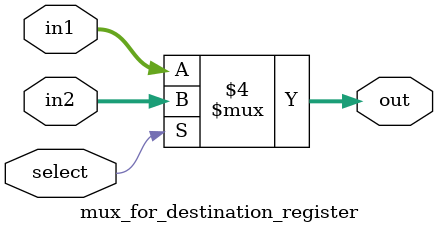
<source format=v>
module mux_for_destination_register
(
	output reg [4:0] out,
	input select,
	input [4:0] in1, 
	input [4:0] in2
);

always @ (in1 or in2 or select) begin
	if (select == 1'b0)
		out = in1;
	else	
		out = in2;
end


endmodule

</source>
